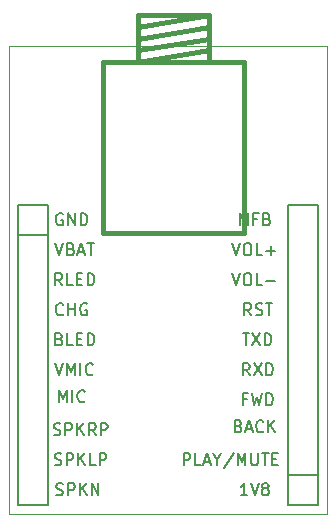
<source format=gbr>
%FSLAX46Y46*%
G04 Gerber Fmt 4.6, Leading zero omitted, Abs format (unit mm)*
G04 Created by KiCad (PCBNEW (2014-jul-16 BZR unknown)-product) date Wed 24 Sep 2014 18:25:44 CEST*
%MOMM*%
G01*
G04 APERTURE LIST*
%ADD10C,0.150000*%
%ADD11C,0.100000*%
%ADD12C,0.200000*%
%ADD13C,0.381000*%
G04 APERTURE END LIST*
D10*
D11*
X234696000Y-129032000D02*
X234188000Y-129032000D01*
X234696000Y-168656000D02*
X234696000Y-129032000D01*
X234188000Y-168656000D02*
X234696000Y-168656000D01*
D12*
X227338095Y-144216381D02*
X227338095Y-143216381D01*
X227671429Y-143930667D01*
X228004762Y-143216381D01*
X228004762Y-144216381D01*
X228814286Y-143692571D02*
X228480952Y-143692571D01*
X228480952Y-144216381D02*
X228480952Y-143216381D01*
X228957143Y-143216381D01*
X229671429Y-143692571D02*
X229814286Y-143740190D01*
X229861905Y-143787810D01*
X229909524Y-143883048D01*
X229909524Y-144025905D01*
X229861905Y-144121143D01*
X229814286Y-144168762D01*
X229719048Y-144216381D01*
X229338095Y-144216381D01*
X229338095Y-143216381D01*
X229671429Y-143216381D01*
X229766667Y-143264000D01*
X229814286Y-143311619D01*
X229861905Y-143406857D01*
X229861905Y-143502095D01*
X229814286Y-143597333D01*
X229766667Y-143644952D01*
X229671429Y-143692571D01*
X229338095Y-143692571D01*
X226719048Y-145756381D02*
X227052381Y-146756381D01*
X227385715Y-145756381D01*
X227909524Y-145756381D02*
X228100001Y-145756381D01*
X228195239Y-145804000D01*
X228290477Y-145899238D01*
X228338096Y-146089714D01*
X228338096Y-146423048D01*
X228290477Y-146613524D01*
X228195239Y-146708762D01*
X228100001Y-146756381D01*
X227909524Y-146756381D01*
X227814286Y-146708762D01*
X227719048Y-146613524D01*
X227671429Y-146423048D01*
X227671429Y-146089714D01*
X227719048Y-145899238D01*
X227814286Y-145804000D01*
X227909524Y-145756381D01*
X229242858Y-146756381D02*
X228766667Y-146756381D01*
X228766667Y-145756381D01*
X229576191Y-146375429D02*
X230338096Y-146375429D01*
X229957144Y-146756381D02*
X229957144Y-145994476D01*
X226719048Y-148296381D02*
X227052381Y-149296381D01*
X227385715Y-148296381D01*
X227909524Y-148296381D02*
X228100001Y-148296381D01*
X228195239Y-148344000D01*
X228290477Y-148439238D01*
X228338096Y-148629714D01*
X228338096Y-148963048D01*
X228290477Y-149153524D01*
X228195239Y-149248762D01*
X228100001Y-149296381D01*
X227909524Y-149296381D01*
X227814286Y-149248762D01*
X227719048Y-149153524D01*
X227671429Y-148963048D01*
X227671429Y-148629714D01*
X227719048Y-148439238D01*
X227814286Y-148344000D01*
X227909524Y-148296381D01*
X229242858Y-149296381D02*
X228766667Y-149296381D01*
X228766667Y-148296381D01*
X229576191Y-148915429D02*
X230338096Y-148915429D01*
X228306381Y-151836381D02*
X227973047Y-151360190D01*
X227734952Y-151836381D02*
X227734952Y-150836381D01*
X228115905Y-150836381D01*
X228211143Y-150884000D01*
X228258762Y-150931619D01*
X228306381Y-151026857D01*
X228306381Y-151169714D01*
X228258762Y-151264952D01*
X228211143Y-151312571D01*
X228115905Y-151360190D01*
X227734952Y-151360190D01*
X228687333Y-151788762D02*
X228830190Y-151836381D01*
X229068286Y-151836381D01*
X229163524Y-151788762D01*
X229211143Y-151741143D01*
X229258762Y-151645905D01*
X229258762Y-151550667D01*
X229211143Y-151455429D01*
X229163524Y-151407810D01*
X229068286Y-151360190D01*
X228877809Y-151312571D01*
X228782571Y-151264952D01*
X228734952Y-151217333D01*
X228687333Y-151122095D01*
X228687333Y-151026857D01*
X228734952Y-150931619D01*
X228782571Y-150884000D01*
X228877809Y-150836381D01*
X229115905Y-150836381D01*
X229258762Y-150884000D01*
X229544476Y-150836381D02*
X230115905Y-150836381D01*
X229830190Y-151836381D02*
X229830190Y-150836381D01*
X227592095Y-153376381D02*
X228163524Y-153376381D01*
X227877809Y-154376381D02*
X227877809Y-153376381D01*
X228401619Y-153376381D02*
X229068286Y-154376381D01*
X229068286Y-153376381D02*
X228401619Y-154376381D01*
X229449238Y-154376381D02*
X229449238Y-153376381D01*
X229687333Y-153376381D01*
X229830191Y-153424000D01*
X229925429Y-153519238D01*
X229973048Y-153614476D01*
X230020667Y-153804952D01*
X230020667Y-153947810D01*
X229973048Y-154138286D01*
X229925429Y-154233524D01*
X229830191Y-154328762D01*
X229687333Y-154376381D01*
X229449238Y-154376381D01*
X228187334Y-156916381D02*
X227854000Y-156440190D01*
X227615905Y-156916381D02*
X227615905Y-155916381D01*
X227996858Y-155916381D01*
X228092096Y-155964000D01*
X228139715Y-156011619D01*
X228187334Y-156106857D01*
X228187334Y-156249714D01*
X228139715Y-156344952D01*
X228092096Y-156392571D01*
X227996858Y-156440190D01*
X227615905Y-156440190D01*
X228520667Y-155916381D02*
X229187334Y-156916381D01*
X229187334Y-155916381D02*
X228520667Y-156916381D01*
X229568286Y-156916381D02*
X229568286Y-155916381D01*
X229806381Y-155916381D01*
X229949239Y-155964000D01*
X230044477Y-156059238D01*
X230092096Y-156154476D01*
X230139715Y-156344952D01*
X230139715Y-156487810D01*
X230092096Y-156678286D01*
X230044477Y-156773524D01*
X229949239Y-156868762D01*
X229806381Y-156916381D01*
X229568286Y-156916381D01*
X227925429Y-158932571D02*
X227592095Y-158932571D01*
X227592095Y-159456381D02*
X227592095Y-158456381D01*
X228068286Y-158456381D01*
X228354000Y-158456381D02*
X228592095Y-159456381D01*
X228782572Y-158742095D01*
X228973048Y-159456381D01*
X229211143Y-158456381D01*
X229592095Y-159456381D02*
X229592095Y-158456381D01*
X229830190Y-158456381D01*
X229973048Y-158504000D01*
X230068286Y-158599238D01*
X230115905Y-158694476D01*
X230163524Y-158884952D01*
X230163524Y-159027810D01*
X230115905Y-159218286D01*
X230068286Y-159313524D01*
X229973048Y-159408762D01*
X229830190Y-159456381D01*
X229592095Y-159456381D01*
X227242858Y-161218571D02*
X227385715Y-161266190D01*
X227433334Y-161313810D01*
X227480953Y-161409048D01*
X227480953Y-161551905D01*
X227433334Y-161647143D01*
X227385715Y-161694762D01*
X227290477Y-161742381D01*
X226909524Y-161742381D01*
X226909524Y-160742381D01*
X227242858Y-160742381D01*
X227338096Y-160790000D01*
X227385715Y-160837619D01*
X227433334Y-160932857D01*
X227433334Y-161028095D01*
X227385715Y-161123333D01*
X227338096Y-161170952D01*
X227242858Y-161218571D01*
X226909524Y-161218571D01*
X227861905Y-161456667D02*
X228338096Y-161456667D01*
X227766667Y-161742381D02*
X228100000Y-160742381D01*
X228433334Y-161742381D01*
X229338096Y-161647143D02*
X229290477Y-161694762D01*
X229147620Y-161742381D01*
X229052382Y-161742381D01*
X228909524Y-161694762D01*
X228814286Y-161599524D01*
X228766667Y-161504286D01*
X228719048Y-161313810D01*
X228719048Y-161170952D01*
X228766667Y-160980476D01*
X228814286Y-160885238D01*
X228909524Y-160790000D01*
X229052382Y-160742381D01*
X229147620Y-160742381D01*
X229290477Y-160790000D01*
X229338096Y-160837619D01*
X229766667Y-161742381D02*
X229766667Y-160742381D01*
X230338096Y-161742381D02*
X229909524Y-161170952D01*
X230338096Y-160742381D02*
X229766667Y-161313810D01*
X222591809Y-164536381D02*
X222591809Y-163536381D01*
X222972762Y-163536381D01*
X223068000Y-163584000D01*
X223115619Y-163631619D01*
X223163238Y-163726857D01*
X223163238Y-163869714D01*
X223115619Y-163964952D01*
X223068000Y-164012571D01*
X222972762Y-164060190D01*
X222591809Y-164060190D01*
X224068000Y-164536381D02*
X223591809Y-164536381D01*
X223591809Y-163536381D01*
X224353714Y-164250667D02*
X224829905Y-164250667D01*
X224258476Y-164536381D02*
X224591809Y-163536381D01*
X224925143Y-164536381D01*
X225448952Y-164060190D02*
X225448952Y-164536381D01*
X225115619Y-163536381D02*
X225448952Y-164060190D01*
X225782286Y-163536381D01*
X226829905Y-163488762D02*
X225972762Y-164774476D01*
X227163238Y-164536381D02*
X227163238Y-163536381D01*
X227496572Y-164250667D01*
X227829905Y-163536381D01*
X227829905Y-164536381D01*
X228306095Y-163536381D02*
X228306095Y-164345905D01*
X228353714Y-164441143D01*
X228401333Y-164488762D01*
X228496571Y-164536381D01*
X228687048Y-164536381D01*
X228782286Y-164488762D01*
X228829905Y-164441143D01*
X228877524Y-164345905D01*
X228877524Y-163536381D01*
X229210857Y-163536381D02*
X229782286Y-163536381D01*
X229496571Y-164536381D02*
X229496571Y-163536381D01*
X230115619Y-164012571D02*
X230448953Y-164012571D01*
X230591810Y-164536381D02*
X230115619Y-164536381D01*
X230115619Y-163536381D01*
X230591810Y-163536381D01*
X227980953Y-167076381D02*
X227409524Y-167076381D01*
X227695238Y-167076381D02*
X227695238Y-166076381D01*
X227600000Y-166219238D01*
X227504762Y-166314476D01*
X227409524Y-166362095D01*
X228266667Y-166076381D02*
X228600000Y-167076381D01*
X228933334Y-166076381D01*
X229409524Y-166504952D02*
X229314286Y-166457333D01*
X229266667Y-166409714D01*
X229219048Y-166314476D01*
X229219048Y-166266857D01*
X229266667Y-166171619D01*
X229314286Y-166124000D01*
X229409524Y-166076381D01*
X229600001Y-166076381D01*
X229695239Y-166124000D01*
X229742858Y-166171619D01*
X229790477Y-166266857D01*
X229790477Y-166314476D01*
X229742858Y-166409714D01*
X229695239Y-166457333D01*
X229600001Y-166504952D01*
X229409524Y-166504952D01*
X229314286Y-166552571D01*
X229266667Y-166600190D01*
X229219048Y-166695429D01*
X229219048Y-166885905D01*
X229266667Y-166981143D01*
X229314286Y-167028762D01*
X229409524Y-167076381D01*
X229600001Y-167076381D01*
X229695239Y-167028762D01*
X229742858Y-166981143D01*
X229790477Y-166885905D01*
X229790477Y-166695429D01*
X229742858Y-166600190D01*
X229695239Y-166552571D01*
X229600001Y-166504952D01*
X211804476Y-167028762D02*
X211947333Y-167076381D01*
X212185429Y-167076381D01*
X212280667Y-167028762D01*
X212328286Y-166981143D01*
X212375905Y-166885905D01*
X212375905Y-166790667D01*
X212328286Y-166695429D01*
X212280667Y-166647810D01*
X212185429Y-166600190D01*
X211994952Y-166552571D01*
X211899714Y-166504952D01*
X211852095Y-166457333D01*
X211804476Y-166362095D01*
X211804476Y-166266857D01*
X211852095Y-166171619D01*
X211899714Y-166124000D01*
X211994952Y-166076381D01*
X212233048Y-166076381D01*
X212375905Y-166124000D01*
X212804476Y-167076381D02*
X212804476Y-166076381D01*
X213185429Y-166076381D01*
X213280667Y-166124000D01*
X213328286Y-166171619D01*
X213375905Y-166266857D01*
X213375905Y-166409714D01*
X213328286Y-166504952D01*
X213280667Y-166552571D01*
X213185429Y-166600190D01*
X212804476Y-166600190D01*
X213804476Y-167076381D02*
X213804476Y-166076381D01*
X214375905Y-167076381D02*
X213947333Y-166504952D01*
X214375905Y-166076381D02*
X213804476Y-166647810D01*
X214804476Y-167076381D02*
X214804476Y-166076381D01*
X215375905Y-167076381D01*
X215375905Y-166076381D01*
X211677524Y-164488762D02*
X211820381Y-164536381D01*
X212058477Y-164536381D01*
X212153715Y-164488762D01*
X212201334Y-164441143D01*
X212248953Y-164345905D01*
X212248953Y-164250667D01*
X212201334Y-164155429D01*
X212153715Y-164107810D01*
X212058477Y-164060190D01*
X211868000Y-164012571D01*
X211772762Y-163964952D01*
X211725143Y-163917333D01*
X211677524Y-163822095D01*
X211677524Y-163726857D01*
X211725143Y-163631619D01*
X211772762Y-163584000D01*
X211868000Y-163536381D01*
X212106096Y-163536381D01*
X212248953Y-163584000D01*
X212677524Y-164536381D02*
X212677524Y-163536381D01*
X213058477Y-163536381D01*
X213153715Y-163584000D01*
X213201334Y-163631619D01*
X213248953Y-163726857D01*
X213248953Y-163869714D01*
X213201334Y-163964952D01*
X213153715Y-164012571D01*
X213058477Y-164060190D01*
X212677524Y-164060190D01*
X213677524Y-164536381D02*
X213677524Y-163536381D01*
X214248953Y-164536381D02*
X213820381Y-163964952D01*
X214248953Y-163536381D02*
X213677524Y-164107810D01*
X215153715Y-164536381D02*
X214677524Y-164536381D01*
X214677524Y-163536381D01*
X215487048Y-164536381D02*
X215487048Y-163536381D01*
X215868001Y-163536381D01*
X215963239Y-163584000D01*
X216010858Y-163631619D01*
X216058477Y-163726857D01*
X216058477Y-163869714D01*
X216010858Y-163964952D01*
X215963239Y-164012571D01*
X215868001Y-164060190D01*
X215487048Y-164060190D01*
X211582286Y-161948762D02*
X211725143Y-161996381D01*
X211963239Y-161996381D01*
X212058477Y-161948762D01*
X212106096Y-161901143D01*
X212153715Y-161805905D01*
X212153715Y-161710667D01*
X212106096Y-161615429D01*
X212058477Y-161567810D01*
X211963239Y-161520190D01*
X211772762Y-161472571D01*
X211677524Y-161424952D01*
X211629905Y-161377333D01*
X211582286Y-161282095D01*
X211582286Y-161186857D01*
X211629905Y-161091619D01*
X211677524Y-161044000D01*
X211772762Y-160996381D01*
X212010858Y-160996381D01*
X212153715Y-161044000D01*
X212582286Y-161996381D02*
X212582286Y-160996381D01*
X212963239Y-160996381D01*
X213058477Y-161044000D01*
X213106096Y-161091619D01*
X213153715Y-161186857D01*
X213153715Y-161329714D01*
X213106096Y-161424952D01*
X213058477Y-161472571D01*
X212963239Y-161520190D01*
X212582286Y-161520190D01*
X213582286Y-161996381D02*
X213582286Y-160996381D01*
X214153715Y-161996381D02*
X213725143Y-161424952D01*
X214153715Y-160996381D02*
X213582286Y-161567810D01*
X215153715Y-161996381D02*
X214820381Y-161520190D01*
X214582286Y-161996381D02*
X214582286Y-160996381D01*
X214963239Y-160996381D01*
X215058477Y-161044000D01*
X215106096Y-161091619D01*
X215153715Y-161186857D01*
X215153715Y-161329714D01*
X215106096Y-161424952D01*
X215058477Y-161472571D01*
X214963239Y-161520190D01*
X214582286Y-161520190D01*
X215582286Y-161996381D02*
X215582286Y-160996381D01*
X215963239Y-160996381D01*
X216058477Y-161044000D01*
X216106096Y-161091619D01*
X216153715Y-161186857D01*
X216153715Y-161329714D01*
X216106096Y-161424952D01*
X216058477Y-161472571D01*
X215963239Y-161520190D01*
X215582286Y-161520190D01*
X212034572Y-159202381D02*
X212034572Y-158202381D01*
X212367906Y-158916667D01*
X212701239Y-158202381D01*
X212701239Y-159202381D01*
X213177429Y-159202381D02*
X213177429Y-158202381D01*
X214225048Y-159107143D02*
X214177429Y-159154762D01*
X214034572Y-159202381D01*
X213939334Y-159202381D01*
X213796476Y-159154762D01*
X213701238Y-159059524D01*
X213653619Y-158964286D01*
X213606000Y-158773810D01*
X213606000Y-158630952D01*
X213653619Y-158440476D01*
X213701238Y-158345238D01*
X213796476Y-158250000D01*
X213939334Y-158202381D01*
X214034572Y-158202381D01*
X214177429Y-158250000D01*
X214225048Y-158297619D01*
X211717143Y-155916381D02*
X212050476Y-156916381D01*
X212383810Y-155916381D01*
X212717143Y-156916381D02*
X212717143Y-155916381D01*
X213050477Y-156630667D01*
X213383810Y-155916381D01*
X213383810Y-156916381D01*
X213860000Y-156916381D02*
X213860000Y-155916381D01*
X214907619Y-156821143D02*
X214860000Y-156868762D01*
X214717143Y-156916381D01*
X214621905Y-156916381D01*
X214479047Y-156868762D01*
X214383809Y-156773524D01*
X214336190Y-156678286D01*
X214288571Y-156487810D01*
X214288571Y-156344952D01*
X214336190Y-156154476D01*
X214383809Y-156059238D01*
X214479047Y-155964000D01*
X214621905Y-155916381D01*
X214717143Y-155916381D01*
X214860000Y-155964000D01*
X214907619Y-156011619D01*
X212074286Y-153852571D02*
X212217143Y-153900190D01*
X212264762Y-153947810D01*
X212312381Y-154043048D01*
X212312381Y-154185905D01*
X212264762Y-154281143D01*
X212217143Y-154328762D01*
X212121905Y-154376381D01*
X211740952Y-154376381D01*
X211740952Y-153376381D01*
X212074286Y-153376381D01*
X212169524Y-153424000D01*
X212217143Y-153471619D01*
X212264762Y-153566857D01*
X212264762Y-153662095D01*
X212217143Y-153757333D01*
X212169524Y-153804952D01*
X212074286Y-153852571D01*
X211740952Y-153852571D01*
X213217143Y-154376381D02*
X212740952Y-154376381D01*
X212740952Y-153376381D01*
X213550476Y-153852571D02*
X213883810Y-153852571D01*
X214026667Y-154376381D02*
X213550476Y-154376381D01*
X213550476Y-153376381D01*
X214026667Y-153376381D01*
X214455238Y-154376381D02*
X214455238Y-153376381D01*
X214693333Y-153376381D01*
X214836191Y-153424000D01*
X214931429Y-153519238D01*
X214979048Y-153614476D01*
X215026667Y-153804952D01*
X215026667Y-153947810D01*
X214979048Y-154138286D01*
X214931429Y-154233524D01*
X214836191Y-154328762D01*
X214693333Y-154376381D01*
X214455238Y-154376381D01*
X212391715Y-151741143D02*
X212344096Y-151788762D01*
X212201239Y-151836381D01*
X212106001Y-151836381D01*
X211963143Y-151788762D01*
X211867905Y-151693524D01*
X211820286Y-151598286D01*
X211772667Y-151407810D01*
X211772667Y-151264952D01*
X211820286Y-151074476D01*
X211867905Y-150979238D01*
X211963143Y-150884000D01*
X212106001Y-150836381D01*
X212201239Y-150836381D01*
X212344096Y-150884000D01*
X212391715Y-150931619D01*
X212820286Y-151836381D02*
X212820286Y-150836381D01*
X212820286Y-151312571D02*
X213391715Y-151312571D01*
X213391715Y-151836381D02*
X213391715Y-150836381D01*
X214391715Y-150884000D02*
X214296477Y-150836381D01*
X214153620Y-150836381D01*
X214010762Y-150884000D01*
X213915524Y-150979238D01*
X213867905Y-151074476D01*
X213820286Y-151264952D01*
X213820286Y-151407810D01*
X213867905Y-151598286D01*
X213915524Y-151693524D01*
X214010762Y-151788762D01*
X214153620Y-151836381D01*
X214248858Y-151836381D01*
X214391715Y-151788762D01*
X214439334Y-151741143D01*
X214439334Y-151407810D01*
X214248858Y-151407810D01*
X212312381Y-149296381D02*
X211979047Y-148820190D01*
X211740952Y-149296381D02*
X211740952Y-148296381D01*
X212121905Y-148296381D01*
X212217143Y-148344000D01*
X212264762Y-148391619D01*
X212312381Y-148486857D01*
X212312381Y-148629714D01*
X212264762Y-148724952D01*
X212217143Y-148772571D01*
X212121905Y-148820190D01*
X211740952Y-148820190D01*
X213217143Y-149296381D02*
X212740952Y-149296381D01*
X212740952Y-148296381D01*
X213550476Y-148772571D02*
X213883810Y-148772571D01*
X214026667Y-149296381D02*
X213550476Y-149296381D01*
X213550476Y-148296381D01*
X214026667Y-148296381D01*
X214455238Y-149296381D02*
X214455238Y-148296381D01*
X214693333Y-148296381D01*
X214836191Y-148344000D01*
X214931429Y-148439238D01*
X214979048Y-148534476D01*
X215026667Y-148724952D01*
X215026667Y-148867810D01*
X214979048Y-149058286D01*
X214931429Y-149153524D01*
X214836191Y-149248762D01*
X214693333Y-149296381D01*
X214455238Y-149296381D01*
X211717143Y-145756381D02*
X212050476Y-146756381D01*
X212383810Y-145756381D01*
X213050477Y-146232571D02*
X213193334Y-146280190D01*
X213240953Y-146327810D01*
X213288572Y-146423048D01*
X213288572Y-146565905D01*
X213240953Y-146661143D01*
X213193334Y-146708762D01*
X213098096Y-146756381D01*
X212717143Y-146756381D01*
X212717143Y-145756381D01*
X213050477Y-145756381D01*
X213145715Y-145804000D01*
X213193334Y-145851619D01*
X213240953Y-145946857D01*
X213240953Y-146042095D01*
X213193334Y-146137333D01*
X213145715Y-146184952D01*
X213050477Y-146232571D01*
X212717143Y-146232571D01*
X213669524Y-146470667D02*
X214145715Y-146470667D01*
X213574286Y-146756381D02*
X213907619Y-145756381D01*
X214240953Y-146756381D01*
X214431429Y-145756381D02*
X215002858Y-145756381D01*
X214717143Y-146756381D02*
X214717143Y-145756381D01*
X212344096Y-143264000D02*
X212248858Y-143216381D01*
X212106001Y-143216381D01*
X211963143Y-143264000D01*
X211867905Y-143359238D01*
X211820286Y-143454476D01*
X211772667Y-143644952D01*
X211772667Y-143787810D01*
X211820286Y-143978286D01*
X211867905Y-144073524D01*
X211963143Y-144168762D01*
X212106001Y-144216381D01*
X212201239Y-144216381D01*
X212344096Y-144168762D01*
X212391715Y-144121143D01*
X212391715Y-143787810D01*
X212201239Y-143787810D01*
X212820286Y-144216381D02*
X212820286Y-143216381D01*
X213391715Y-144216381D01*
X213391715Y-143216381D01*
X213867905Y-144216381D02*
X213867905Y-143216381D01*
X214106000Y-143216381D01*
X214248858Y-143264000D01*
X214344096Y-143359238D01*
X214391715Y-143454476D01*
X214439334Y-143644952D01*
X214439334Y-143787810D01*
X214391715Y-143978286D01*
X214344096Y-144073524D01*
X214248858Y-144168762D01*
X214106000Y-144216381D01*
X213867905Y-144216381D01*
D11*
X207772000Y-129032000D02*
X207772000Y-129794000D01*
X234188000Y-129032000D02*
X207772000Y-129032000D01*
X207772000Y-168656000D02*
X207772000Y-131318000D01*
X208026000Y-168656000D02*
X207772000Y-168656000D01*
X207772000Y-129794000D02*
X207772000Y-131572000D01*
X208026000Y-168656000D02*
X234188000Y-168656000D01*
D10*
X233934000Y-165354000D02*
X233934000Y-142494000D01*
X233934000Y-142494000D02*
X231394000Y-142494000D01*
X231394000Y-142494000D02*
X231394000Y-165354000D01*
X233934000Y-167894000D02*
X233934000Y-165354000D01*
X233934000Y-165354000D02*
X231394000Y-165354000D01*
X233934000Y-167894000D02*
X231394000Y-167894000D01*
X231394000Y-167894000D02*
X231394000Y-165354000D01*
X208534000Y-145034000D02*
X208534000Y-167894000D01*
X208534000Y-167894000D02*
X211074000Y-167894000D01*
X211074000Y-167894000D02*
X211074000Y-145034000D01*
X208534000Y-142494000D02*
X208534000Y-145034000D01*
X208534000Y-145034000D02*
X211074000Y-145034000D01*
X208534000Y-142494000D02*
X211074000Y-142494000D01*
X211074000Y-142494000D02*
X211074000Y-145034000D01*
D13*
X224741740Y-130413760D02*
X224741740Y-126413260D01*
X224741740Y-126413260D02*
X218742260Y-126413260D01*
X218742260Y-126413260D02*
X218742260Y-130413760D01*
X218742260Y-130413760D02*
X224741740Y-129413000D01*
X224741740Y-129413000D02*
X224741740Y-128414780D01*
X224741740Y-128414780D02*
X218742260Y-129413000D01*
X218742260Y-129413000D02*
X218742260Y-128414780D01*
X218742260Y-128414780D02*
X224741740Y-127414020D01*
X224741740Y-127414020D02*
X224741740Y-126413260D01*
X224741740Y-126413260D02*
X218742260Y-127414020D01*
X215742520Y-130413760D02*
X227741480Y-130413760D01*
X227741480Y-130413760D02*
X227741480Y-144914620D01*
X227741480Y-144914620D02*
X215742520Y-144914620D01*
X215742520Y-144914620D02*
X215742520Y-130413760D01*
M02*

</source>
